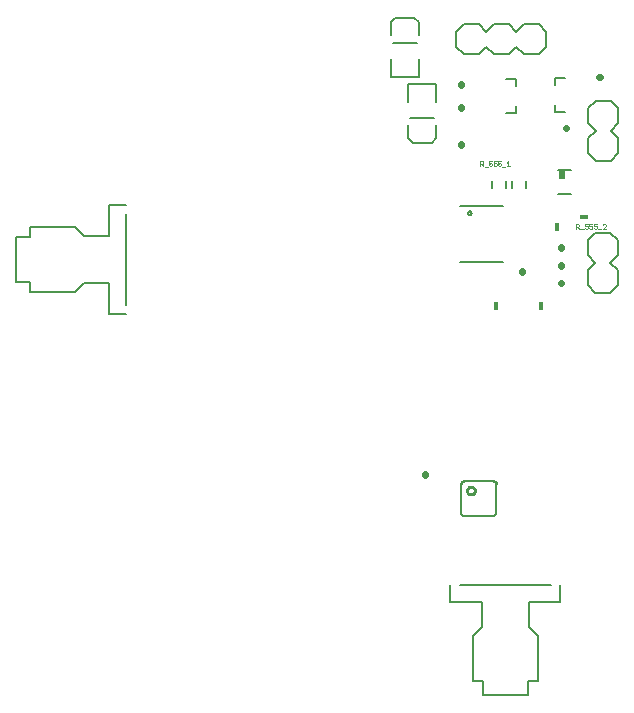
<source format=gto>
G75*
G70*
%OFA0B0*%
%FSLAX24Y24*%
%IPPOS*%
%LPD*%
%AMOC8*
5,1,8,0,0,1.08239X$1,22.5*
%
%ADD10C,0.0060*%
%ADD11C,0.0010*%
%ADD12C,0.0220*%
%ADD13R,0.0180X0.0300*%
%ADD14C,0.0080*%
%ADD15C,0.0050*%
%ADD16R,0.0197X0.0266*%
%ADD17R,0.0300X0.0180*%
%ADD18C,0.0100*%
D10*
X014963Y006201D02*
X014963Y007169D01*
X015066Y007271D02*
X016034Y007271D01*
X016133Y007169D02*
X016133Y006201D01*
X016132Y006204D02*
X016131Y006187D01*
X016126Y006170D01*
X016119Y006155D01*
X016109Y006141D01*
X016097Y006129D01*
X016083Y006119D01*
X016068Y006112D01*
X016051Y006107D01*
X016034Y006106D01*
X015062Y006106D01*
X015045Y006107D01*
X015028Y006112D01*
X015013Y006119D01*
X014999Y006129D01*
X014987Y006141D01*
X014977Y006155D01*
X014970Y006170D01*
X014965Y006187D01*
X014964Y006204D01*
X014937Y014558D02*
X016356Y014558D01*
X016356Y016418D02*
X014937Y016418D01*
X015996Y017022D02*
X015996Y017258D01*
X016469Y017258D02*
X016469Y017022D01*
X016661Y017019D02*
X016661Y017256D01*
X017134Y017256D02*
X017134Y017019D01*
X016791Y019538D02*
X016471Y019538D01*
X016791Y019538D02*
X016791Y019758D01*
X016791Y020438D02*
X016791Y020658D01*
X016471Y020658D01*
X018100Y020696D02*
X018100Y020476D01*
X018100Y020696D02*
X018420Y020696D01*
X018100Y019796D02*
X018100Y019576D01*
X018420Y019576D01*
D11*
X016541Y017920D02*
X016541Y017770D01*
X016491Y017770D02*
X016591Y017770D01*
X016491Y017870D02*
X016541Y017920D01*
X016444Y017745D02*
X016344Y017745D01*
X016297Y017795D02*
X016272Y017770D01*
X016222Y017770D01*
X016197Y017795D01*
X016149Y017795D02*
X016124Y017770D01*
X016074Y017770D01*
X016049Y017795D01*
X016002Y017795D02*
X015977Y017770D01*
X015927Y017770D01*
X015902Y017795D01*
X015902Y017845D02*
X015952Y017870D01*
X015977Y017870D01*
X016002Y017845D01*
X016002Y017795D01*
X016049Y017845D02*
X016099Y017870D01*
X016124Y017870D01*
X016149Y017845D01*
X016149Y017795D01*
X016197Y017845D02*
X016247Y017870D01*
X016272Y017870D01*
X016297Y017845D01*
X016297Y017795D01*
X016197Y017845D02*
X016197Y017920D01*
X016297Y017920D01*
X016149Y017920D02*
X016049Y017920D01*
X016049Y017845D01*
X016002Y017920D02*
X015902Y017920D01*
X015902Y017845D01*
X015855Y017745D02*
X015755Y017745D01*
X015707Y017770D02*
X015657Y017820D01*
X015682Y017820D02*
X015607Y017820D01*
X015607Y017770D02*
X015607Y017920D01*
X015682Y017920D01*
X015707Y017895D01*
X015707Y017845D01*
X015682Y017820D01*
X018799Y015830D02*
X018799Y015680D01*
X018799Y015730D02*
X018874Y015730D01*
X018899Y015755D01*
X018899Y015805D01*
X018874Y015830D01*
X018799Y015830D01*
X018849Y015730D02*
X018899Y015680D01*
X018946Y015655D02*
X019047Y015655D01*
X019094Y015705D02*
X019119Y015680D01*
X019169Y015680D01*
X019194Y015705D01*
X019194Y015755D01*
X019169Y015780D01*
X019144Y015780D01*
X019094Y015755D01*
X019094Y015830D01*
X019194Y015830D01*
X019241Y015830D02*
X019241Y015755D01*
X019291Y015780D01*
X019316Y015780D01*
X019341Y015755D01*
X019341Y015705D01*
X019316Y015680D01*
X019266Y015680D01*
X019241Y015705D01*
X019241Y015830D02*
X019341Y015830D01*
X019388Y015830D02*
X019388Y015755D01*
X019438Y015780D01*
X019463Y015780D01*
X019488Y015755D01*
X019488Y015705D01*
X019463Y015680D01*
X019413Y015680D01*
X019388Y015705D01*
X019388Y015830D02*
X019488Y015830D01*
X019536Y015655D02*
X019636Y015655D01*
X019683Y015680D02*
X019783Y015780D01*
X019783Y015805D01*
X019758Y015830D01*
X019708Y015830D01*
X019683Y015805D01*
X019683Y015680D02*
X019783Y015680D01*
X016156Y007177D02*
X016106Y007177D01*
X016107Y007178D02*
X016104Y007193D01*
X016099Y007207D01*
X016091Y007219D01*
X016080Y007230D01*
X016068Y007238D01*
X016054Y007243D01*
X016039Y007246D01*
X016038Y007295D01*
X016039Y007296D01*
X016059Y007293D01*
X016079Y007288D01*
X016097Y007279D01*
X016113Y007267D01*
X016128Y007252D01*
X016140Y007236D01*
X016149Y007218D01*
X016154Y007198D01*
X016157Y007178D01*
X016148Y007178D01*
X016146Y007197D01*
X016140Y007215D01*
X016132Y007231D01*
X016121Y007247D01*
X016108Y007260D01*
X016092Y007271D01*
X016076Y007279D01*
X016058Y007285D01*
X016039Y007287D01*
X016039Y007278D01*
X016058Y007275D01*
X016076Y007269D01*
X016093Y007260D01*
X016108Y007247D01*
X016121Y007232D01*
X016130Y007215D01*
X016136Y007197D01*
X016139Y007178D01*
X016130Y007178D01*
X016127Y007195D01*
X016122Y007212D01*
X016113Y007227D01*
X016102Y007241D01*
X016088Y007252D01*
X016073Y007261D01*
X016056Y007266D01*
X016039Y007269D01*
X016039Y007260D01*
X016057Y007257D01*
X016074Y007250D01*
X016089Y007241D01*
X016102Y007228D01*
X016111Y007213D01*
X016118Y007196D01*
X016121Y007178D01*
X016112Y007178D01*
X016109Y007194D01*
X016103Y007209D01*
X016095Y007222D01*
X016083Y007234D01*
X016070Y007242D01*
X016055Y007248D01*
X016039Y007251D01*
X015058Y007295D02*
X015058Y007245D01*
X015057Y007246D02*
X015042Y007243D01*
X015028Y007238D01*
X015016Y007230D01*
X015005Y007219D01*
X014997Y007207D01*
X014992Y007193D01*
X014989Y007178D01*
X014940Y007177D01*
X014939Y007178D01*
X014942Y007198D01*
X014947Y007218D01*
X014956Y007236D01*
X014968Y007252D01*
X014983Y007267D01*
X014999Y007279D01*
X015017Y007288D01*
X015037Y007293D01*
X015057Y007296D01*
X015057Y007287D01*
X015038Y007285D01*
X015020Y007279D01*
X015004Y007271D01*
X014988Y007260D01*
X014975Y007247D01*
X014964Y007231D01*
X014956Y007215D01*
X014950Y007197D01*
X014948Y007178D01*
X014957Y007178D01*
X014960Y007197D01*
X014966Y007215D01*
X014975Y007232D01*
X014988Y007247D01*
X015003Y007260D01*
X015020Y007269D01*
X015038Y007275D01*
X015057Y007278D01*
X015057Y007269D01*
X015040Y007266D01*
X015023Y007261D01*
X015008Y007252D01*
X014994Y007241D01*
X014983Y007227D01*
X014974Y007212D01*
X014969Y007195D01*
X014966Y007178D01*
X014975Y007178D01*
X014978Y007196D01*
X014985Y007213D01*
X014994Y007228D01*
X015007Y007241D01*
X015022Y007250D01*
X015039Y007257D01*
X015057Y007260D01*
X015057Y007251D01*
X015041Y007248D01*
X015026Y007242D01*
X015013Y007234D01*
X015001Y007222D01*
X014993Y007209D01*
X014987Y007194D01*
X014984Y007178D01*
D12*
X013777Y007475D02*
X013777Y007499D01*
X018293Y013859D02*
X018293Y013883D01*
X018293Y014436D02*
X018293Y014460D01*
X018293Y015044D02*
X018293Y015068D01*
X017011Y014265D02*
X017011Y014241D01*
X014957Y018473D02*
X014957Y018497D01*
X014953Y019714D02*
X014953Y019738D01*
X014960Y020460D02*
X014960Y020484D01*
X018458Y019042D02*
X018458Y019018D01*
X019578Y020743D02*
X019602Y020743D01*
D13*
X018178Y015740D03*
X017625Y013111D03*
X016125Y013111D03*
D14*
X003811Y012817D02*
X003240Y012817D01*
X003240Y013860D01*
X002394Y013860D01*
X002099Y013565D01*
X000603Y013565D01*
X000603Y013900D01*
X000140Y013900D01*
X000140Y015396D01*
X000603Y015396D01*
X000603Y015730D01*
X002099Y015730D01*
X002394Y015435D01*
X003240Y015435D01*
X003240Y016478D01*
X003811Y016478D01*
X003811Y016163D02*
X003811Y013132D01*
X012614Y020742D02*
X012614Y021333D01*
X012614Y020742D02*
X013559Y020742D01*
X013559Y021333D01*
X013559Y022120D02*
X013559Y022553D01*
X013402Y022711D01*
X012772Y022711D01*
X012614Y022553D01*
X012614Y022120D01*
X013194Y020496D02*
X014139Y020496D01*
X014139Y019905D01*
X014139Y019118D02*
X014139Y018685D01*
X013982Y018527D01*
X013352Y018527D01*
X013194Y018685D01*
X013194Y019118D01*
X013194Y019905D02*
X013194Y020496D01*
X014797Y021747D02*
X014797Y022247D01*
X015047Y022497D01*
X015547Y022497D01*
X015797Y022247D01*
X016047Y022497D01*
X016547Y022497D01*
X016797Y022247D01*
X017047Y022497D01*
X017547Y022497D01*
X017797Y022247D01*
X017797Y021747D01*
X017547Y021497D01*
X017047Y021497D01*
X016797Y021747D01*
X016547Y021497D01*
X016047Y021497D01*
X015797Y021747D01*
X015547Y021497D01*
X015047Y021497D01*
X014797Y021747D01*
X019206Y019692D02*
X019206Y019192D01*
X019456Y018942D01*
X019206Y018692D01*
X019206Y018192D01*
X019456Y017942D01*
X019956Y017942D01*
X020206Y018192D01*
X020206Y018692D01*
X019956Y018942D01*
X020206Y019192D01*
X020206Y019692D01*
X019956Y019942D01*
X019456Y019942D01*
X019206Y019692D01*
X019446Y015536D02*
X019196Y015286D01*
X019196Y014786D01*
X019446Y014536D01*
X019196Y014286D01*
X019196Y013786D01*
X019446Y013536D01*
X019946Y013536D01*
X020196Y013786D01*
X020196Y014286D01*
X019946Y014536D01*
X020196Y014786D01*
X020196Y015286D01*
X019946Y015536D01*
X019446Y015536D01*
X015200Y016198D02*
X015202Y016213D01*
X015208Y016226D01*
X015217Y016238D01*
X015228Y016247D01*
X015242Y016253D01*
X015257Y016255D01*
X015272Y016253D01*
X015285Y016247D01*
X015297Y016238D01*
X015306Y016227D01*
X015312Y016213D01*
X015314Y016198D01*
X015312Y016183D01*
X015306Y016170D01*
X015297Y016158D01*
X015286Y016149D01*
X015272Y016143D01*
X015257Y016141D01*
X015242Y016143D01*
X015229Y016149D01*
X015217Y016158D01*
X015208Y016169D01*
X015202Y016183D01*
X015200Y016198D01*
X014919Y003811D02*
X017951Y003811D01*
X018266Y003811D02*
X018266Y003240D01*
X017222Y003240D01*
X017222Y002394D01*
X017518Y002099D01*
X017518Y000603D01*
X017183Y000603D01*
X017183Y000140D01*
X015687Y000140D01*
X015687Y000603D01*
X015352Y000603D01*
X015352Y002099D01*
X015648Y002394D01*
X015648Y003240D01*
X014604Y003240D01*
X014604Y003811D01*
D15*
X018198Y016847D02*
X018631Y016847D01*
X018631Y017634D02*
X018198Y017634D01*
X014067Y019362D02*
X013267Y019362D01*
X013487Y021877D02*
X012687Y021877D01*
D16*
X018316Y017481D03*
D17*
X019076Y016075D03*
D18*
X015166Y006945D02*
X015168Y006967D01*
X015174Y006989D01*
X015183Y007009D01*
X015196Y007027D01*
X015212Y007043D01*
X015230Y007056D01*
X015250Y007065D01*
X015272Y007071D01*
X015294Y007073D01*
X015316Y007071D01*
X015338Y007065D01*
X015358Y007056D01*
X015376Y007043D01*
X015392Y007027D01*
X015405Y007009D01*
X015414Y006989D01*
X015420Y006967D01*
X015422Y006945D01*
X015420Y006923D01*
X015414Y006901D01*
X015405Y006881D01*
X015392Y006863D01*
X015376Y006847D01*
X015358Y006834D01*
X015338Y006825D01*
X015316Y006819D01*
X015294Y006817D01*
X015272Y006819D01*
X015250Y006825D01*
X015230Y006834D01*
X015212Y006847D01*
X015196Y006863D01*
X015183Y006881D01*
X015174Y006901D01*
X015168Y006923D01*
X015166Y006945D01*
M02*

</source>
